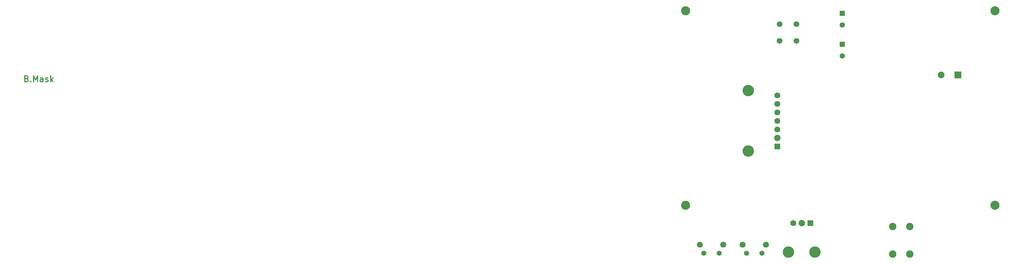
<source format=gbr>
%TF.GenerationSoftware,KiCad,Pcbnew,8.0.8-8.0.8-0~ubuntu22.04.1*%
%TF.CreationDate,2025-01-15T16:30:14-08:00*%
%TF.ProjectId,NX-J401-Adapter,4e582d4a-3430-4312-9d41-646170746572,4*%
%TF.SameCoordinates,Original*%
%TF.FileFunction,Soldermask,Bot*%
%TF.FilePolarity,Negative*%
%FSLAX46Y46*%
G04 Gerber Fmt 4.6, Leading zero omitted, Abs format (unit mm)*
G04 Created by KiCad (PCBNEW 8.0.8-8.0.8-0~ubuntu22.04.1) date 2025-01-15 16:30:14*
%MOMM*%
%LPD*%
G01*
G04 APERTURE LIST*
%ADD10C,0.300000*%
%ADD11C,2.700000*%
%ADD12R,1.600000X1.600000*%
%ADD13C,1.600000*%
%ADD14C,1.498600*%
%ADD15C,1.803400*%
%ADD16C,2.200000*%
%ADD17C,3.400000*%
%ADD18R,1.778000X1.778000*%
%ADD19C,1.905000*%
%ADD20C,1.778000*%
%ADD21R,2.000000X2.000000*%
%ADD22C,2.000000*%
%ADD23C,1.701800*%
G04 APERTURE END LIST*
D10*
X33217368Y-104245474D02*
X33471368Y-104330141D01*
X33471368Y-104330141D02*
X33556034Y-104414807D01*
X33556034Y-104414807D02*
X33640701Y-104584141D01*
X33640701Y-104584141D02*
X33640701Y-104838141D01*
X33640701Y-104838141D02*
X33556034Y-105007474D01*
X33556034Y-105007474D02*
X33471368Y-105092141D01*
X33471368Y-105092141D02*
X33302034Y-105176807D01*
X33302034Y-105176807D02*
X32624701Y-105176807D01*
X32624701Y-105176807D02*
X32624701Y-103398807D01*
X32624701Y-103398807D02*
X33217368Y-103398807D01*
X33217368Y-103398807D02*
X33386701Y-103483474D01*
X33386701Y-103483474D02*
X33471368Y-103568141D01*
X33471368Y-103568141D02*
X33556034Y-103737474D01*
X33556034Y-103737474D02*
X33556034Y-103906807D01*
X33556034Y-103906807D02*
X33471368Y-104076141D01*
X33471368Y-104076141D02*
X33386701Y-104160807D01*
X33386701Y-104160807D02*
X33217368Y-104245474D01*
X33217368Y-104245474D02*
X32624701Y-104245474D01*
X34402701Y-105007474D02*
X34487368Y-105092141D01*
X34487368Y-105092141D02*
X34402701Y-105176807D01*
X34402701Y-105176807D02*
X34318034Y-105092141D01*
X34318034Y-105092141D02*
X34402701Y-105007474D01*
X34402701Y-105007474D02*
X34402701Y-105176807D01*
X35249368Y-105176807D02*
X35249368Y-103398807D01*
X35249368Y-103398807D02*
X35842035Y-104668807D01*
X35842035Y-104668807D02*
X36434701Y-103398807D01*
X36434701Y-103398807D02*
X36434701Y-105176807D01*
X38043368Y-105176807D02*
X38043368Y-104245474D01*
X38043368Y-104245474D02*
X37958701Y-104076141D01*
X37958701Y-104076141D02*
X37789368Y-103991474D01*
X37789368Y-103991474D02*
X37450701Y-103991474D01*
X37450701Y-103991474D02*
X37281368Y-104076141D01*
X38043368Y-105092141D02*
X37874035Y-105176807D01*
X37874035Y-105176807D02*
X37450701Y-105176807D01*
X37450701Y-105176807D02*
X37281368Y-105092141D01*
X37281368Y-105092141D02*
X37196701Y-104922807D01*
X37196701Y-104922807D02*
X37196701Y-104753474D01*
X37196701Y-104753474D02*
X37281368Y-104584141D01*
X37281368Y-104584141D02*
X37450701Y-104499474D01*
X37450701Y-104499474D02*
X37874035Y-104499474D01*
X37874035Y-104499474D02*
X38043368Y-104414807D01*
X38805368Y-105092141D02*
X38974702Y-105176807D01*
X38974702Y-105176807D02*
X39313368Y-105176807D01*
X39313368Y-105176807D02*
X39482702Y-105092141D01*
X39482702Y-105092141D02*
X39567368Y-104922807D01*
X39567368Y-104922807D02*
X39567368Y-104838141D01*
X39567368Y-104838141D02*
X39482702Y-104668807D01*
X39482702Y-104668807D02*
X39313368Y-104584141D01*
X39313368Y-104584141D02*
X39059368Y-104584141D01*
X39059368Y-104584141D02*
X38890035Y-104499474D01*
X38890035Y-104499474D02*
X38805368Y-104330141D01*
X38805368Y-104330141D02*
X38805368Y-104245474D01*
X38805368Y-104245474D02*
X38890035Y-104076141D01*
X38890035Y-104076141D02*
X39059368Y-103991474D01*
X39059368Y-103991474D02*
X39313368Y-103991474D01*
X39313368Y-103991474D02*
X39482702Y-104076141D01*
X40329368Y-105176807D02*
X40329368Y-103398807D01*
X40498701Y-104499474D02*
X41006701Y-105176807D01*
X41006701Y-103991474D02*
X40329368Y-104668807D01*
D11*
%TO.C,H1*%
X229000000Y-84000000D03*
%TD*%
D12*
%TO.C,C2*%
X275590000Y-93980000D03*
D13*
X275590000Y-97480000D03*
%TD*%
D14*
%TO.C,SW1*%
X234478000Y-156285700D03*
X238978001Y-156285700D03*
D15*
X233228001Y-153785824D03*
X240228000Y-153785824D03*
%TD*%
D12*
%TO.C,C1*%
X275590000Y-84785200D03*
D13*
X275590000Y-88285200D03*
%TD*%
D16*
%TO.C,J4*%
X290601400Y-148365600D03*
X290601400Y-156565600D03*
X295681400Y-148365600D03*
X295681400Y-156565600D03*
%TD*%
D17*
%TO.C,J3*%
X267465000Y-155960000D03*
X259585000Y-155960000D03*
D18*
X266065000Y-147320000D03*
D19*
X263525000Y-147320000D03*
D20*
X260985000Y-147320000D03*
%TD*%
D14*
%TO.C,SW2*%
X247178000Y-156285700D03*
X251678001Y-156285700D03*
D15*
X245928001Y-153785824D03*
X252928000Y-153785824D03*
%TD*%
D17*
%TO.C,J2*%
X247632500Y-125860000D03*
X247632500Y-107820000D03*
D18*
X256272500Y-124460000D03*
D19*
X256272500Y-121920000D03*
D20*
X256272500Y-119380000D03*
X256272500Y-116840000D03*
X256272500Y-114300000D03*
X256272500Y-111760000D03*
X256272500Y-109220000D03*
%TD*%
D11*
%TO.C,H3*%
X229000000Y-142000000D03*
%TD*%
D21*
%TO.C,C5*%
X309961677Y-103124000D03*
D22*
X304961677Y-103124000D03*
%TD*%
D23*
%TO.C,J1*%
X256946400Y-87981800D03*
X256946400Y-92981800D03*
X261946400Y-87981800D03*
X261946400Y-92981800D03*
%TD*%
D11*
%TO.C,H2*%
X320999480Y-84000000D03*
%TD*%
%TO.C,H4*%
X320999480Y-142000000D03*
%TD*%
M02*

</source>
